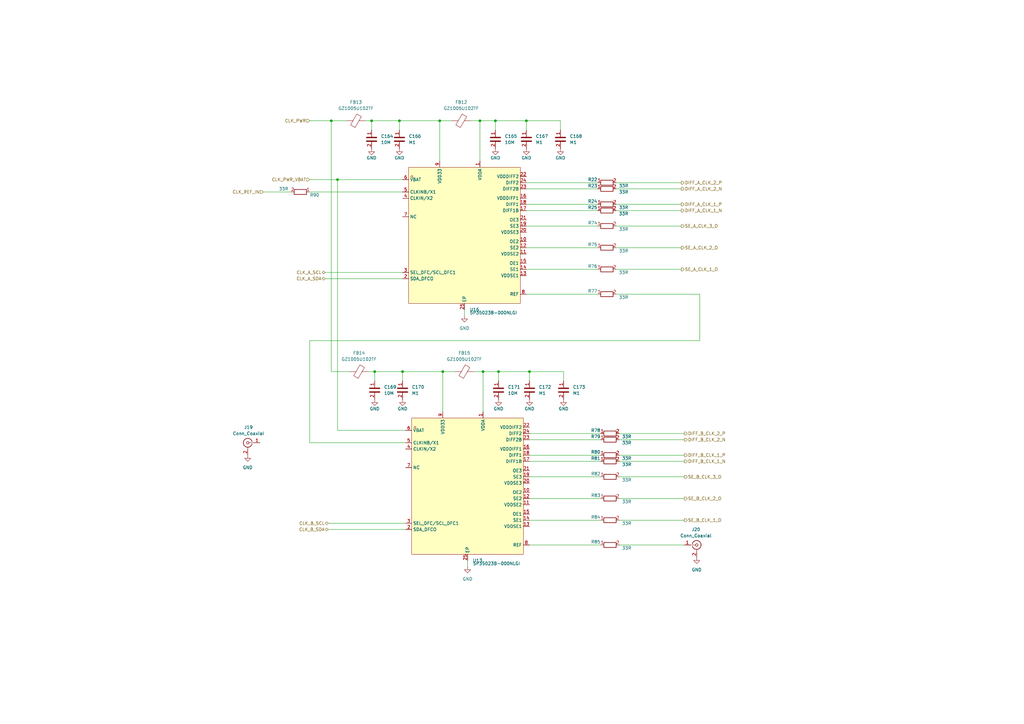
<source format=kicad_sch>
(kicad_sch (version 20250114) (generator "eeschema") (generator_version "9.0")
  (paper "A3")
  (lib_symbols
    (symbol "Connector:Conn_Coaxial" (pin_names (offset 1.016) (hide yes))
      (property "Reference" "J" (at 0.254 3.048 0))
      (property "Value" "Conn_Coaxial" (at 2.921 0 90))
      (symbol "Conn_Coaxial_0_1"
        (polyline (pts (xy -2.54 0) (xy -0.508 0)))
        (arc (start 1.778 0) (mid 0.222 -1.8079) (end -1.778 -0.508) (stroke (width 0.254)))
        (arc (start -1.778 0.508) (mid 0.2221 1.8084) (end 1.778 0) (stroke (width 0.254)))
        (circle (center 0 0) (radius 0.508) (stroke (width 0.2032)))
        (polyline (pts (xy 0 -2.54) (xy 0 -1.778)))
      )
      (symbol "Conn_Coaxial_1_1"
        (pin passive line (at -5.08 0 0) (length 2.54) (name "In") (number "1"))
        (pin passive line (at 0 -5.08 90) (length 2.54) (name "Ext") (number "2"))
      )
    )
    (symbol "Device:FerriteBead" (pin_numbers (hide yes)) (pin_names (offset 0))
      (property "Reference" "FB" (at -3.81 0.635 90))
      (property "Value" "FerriteBead" (at 3.81 0 90))
      (symbol "FerriteBead_0_1"
        (polyline (pts (xy -2.7686 0.4064) (xy -1.7018 2.2606) (xy 2.7686 -0.3048) (xy 1.6764 -2.159) (xy -2.7686 0.4064)))
        (polyline (pts (xy 0 1.27) (xy 0 1.2954)))
        (polyline (pts (xy 0 -1.27) (xy 0 -1.2192)))
      )
      (symbol "FerriteBead_1_1"
        (pin passive line (at 0 3.81 270) (length 2.54) (name "~") (number "1"))
        (pin passive line (at 0 -3.81 90) (length 2.54) (name "~") (number "2"))
      )
    )
    (symbol "PPA-Pasive:Cap" (pin_names (offset 1.016))
      (property "Reference" "C" (at -5.08 0 0))
      (property "Value" "Cap" (at 5.08 -2.54 0))
      (symbol "Cap_1_1"
        (polyline (pts (xy -2.032 0.762) (xy 2.032 0.762)) (stroke (width 0.508)))
        (polyline (pts (xy -2.032 -0.762) (xy 2.032 -0.762)) (stroke (width 0.508)))
        (pin passive line (at 0 3.81 270) (length 2.794) (name "~") (number "1"))
        (pin passive line (at 0 -3.81 90) (length 2.794) (name "~") (number "2"))
      )
    )
    (symbol "PPA-Pasive:Res" (pin_names (offset 1.016))
      (property "Reference" "R" (at -2.54 2.54 0))
      (property "Value" "Res" (at -1.27 -2.54 0))
      (symbol "Res_1_1"
        (rectangle (start 2.54 -1.016) (end -2.54 1.016) (stroke (width 0.254)))
        (pin passive line (at -3.81 0 0) (length 1.27) (name "~") (number "1"))
        (pin passive line (at 3.81 0 180) (length 1.27) (name "~") (number "2"))
      )
    )
    (symbol "power:GND" (power) (pin_names (offset 0))
      (property "Value" "GND" (at 0 -3.81 0))
      (symbol "GND_0_1"
        (polyline (pts (xy 0 0) (xy 0 -1.27) (xy 1.27 -1.27) (xy 0 -2.54) (xy -1.27 -1.27) (xy 0 -1.27)))
      )
      (symbol "GND_1_1"
        (pin power_in line (at 0 0 270) (length 0) (hide yes) (name "GND") (number "1"))
      )
    )
    (symbol "ppa-ic-clock:5P35023B-000NLGI"
      (property "Reference" "U" (at 0 0 0))
      (symbol "5P35023B-000NLGI_1_0"
        (rectangle (start -22.86 17.78) (end 22.86 -38.1) (fill (type background)))
        (circle (center -21.59 13.97) (radius 0.381))
        (pin unspecified line (at -25.4 12.7 0) (length 2.54) (name "VBAT") (number "6"))
        (pin unspecified line (at -25.4 7.62 0) (length 2.54) (name "CLKINB/X1") (number "5"))
        (pin unspecified line (at -25.4 5.08 0) (length 2.54) (name "CLKIN/X2") (number "4"))
        (pin unspecified line (at -25.4 -2.54 0) (length 2.54) (name "NC") (number "7"))
        (pin unspecified line (at -25.4 -25.4 0) (length 2.54) (name "SEL_DFC/SCL_DFC1") (number "3"))
        (pin unspecified line (at -25.4 -27.94 0) (length 2.54) (name "SDA_DFCO") (number "2"))
        (pin unspecified line (at -10.16 20.32 270) (length 2.54) (name "VDD33") (number "9"))
        (pin unspecified line (at 0 -40.64 90) (length 2.54) (name "EP") (number "25"))
        (pin unspecified line (at 6.35 20.32 270) (length 2.54) (name "VDDA") (number "1"))
        (pin unspecified line (at 25.4 13.97 180) (length 2.54) (name "VDDDIFF2") (number "22"))
        (pin unspecified line (at 25.4 11.43 180) (length 2.54) (name "DIFF2") (number "24"))
        (pin unspecified line (at 25.4 8.89 180) (length 2.54) (name "DIFF2B") (number "23"))
        (pin unspecified line (at 25.4 5.08 180) (length 2.54) (name "VDDDIFF1") (number "16"))
        (pin unspecified line (at 25.4 2.54 180) (length 2.54) (name "DIFF1") (number "18"))
        (pin unspecified line (at 25.4 0 180) (length 2.54) (name "DIFF1B") (number "17"))
        (pin unspecified line (at 25.4 -3.81 180) (length 2.54) (name "OE3") (number "21"))
        (pin unspecified line (at 25.4 -6.35 180) (length 2.54) (name "SE3") (number "19"))
        (pin unspecified line (at 25.4 -8.89 180) (length 2.54) (name "VDDSE3") (number "20"))
        (pin unspecified line (at 25.4 -12.7 180) (length 2.54) (name "OE2") (number "10"))
        (pin unspecified line (at 25.4 -15.24 180) (length 2.54) (name "SE2") (number "12"))
        (pin unspecified line (at 25.4 -17.78 180) (length 2.54) (name "VDDSE2") (number "11"))
        (pin unspecified line (at 25.4 -21.59 180) (length 2.54) (name "OE1") (number "15"))
        (pin unspecified line (at 25.4 -24.13 180) (length 2.54) (name "SE1") (number "14"))
        (pin unspecified line (at 25.4 -26.67 180) (length 2.54) (name "VDDSE1") (number "13"))
        (pin unspecified line (at 25.4 -34.29 180) (length 2.54) (name "REF") (number "8"))
      )
    )
  )
  (junction (at 135.89 49.53))
  (junction (at 152.4 49.53))
  (junction (at 181.61 152.4))
  (junction (at 153.67 152.4))
  (junction (at 203.2 49.53))
  (junction (at 165.1 152.4))
  (junction (at 196.85 49.53))
  (junction (at 215.9 49.53))
  (junction (at 198.12 152.4))
  (junction (at 217.17 152.4))
  (junction (at 204.47 152.4))
  (junction (at 163.83 49.53))
  (junction (at 180.34 49.53))
  (junction (at 138.43 73.66))
  (wire (pts (xy 165.1 152.4) (xy 181.61 152.4)))
  (wire (pts (xy 133.35 111.76) (xy 165.1 111.76)))
  (wire (pts (xy 204.47 152.4) (xy 204.47 156.21)))
  (wire (pts (xy 215.9 74.93) (xy 245.11 74.93)))
  (wire (pts (xy 127 49.53) (xy 135.89 49.53)))
  (wire (pts (xy 252.73 77.47) (xy 279.4 77.47)))
  (wire (pts (xy 217.17 223.52) (xy 246.38 223.52)))
  (wire (pts (xy 127 139.7) (xy 127 181.61)))
  (wire (pts (xy 215.9 49.53) (xy 203.2 49.53)))
  (wire (pts (xy 215.9 92.71) (xy 245.11 92.71)))
  (wire (pts (xy 135.89 152.4) (xy 135.89 49.53)))
  (wire (pts (xy 196.85 49.53) (xy 193.04 49.53)))
  (wire (pts (xy 203.2 49.53) (xy 203.2 53.34)))
  (wire (pts (xy 215.9 120.65) (xy 245.11 120.65)))
  (wire (pts (xy 254 189.23) (xy 280.67 189.23)))
  (wire (pts (xy 254 213.36) (xy 280.67 213.36)))
  (wire (pts (xy 180.34 49.53) (xy 180.34 66.04)))
  (wire (pts (xy 152.4 49.53) (xy 152.4 53.34)))
  (wire (pts (xy 215.9 49.53) (xy 215.9 53.34)))
  (wire (pts (xy 143.51 152.4) (xy 135.89 152.4)))
  (wire (pts (xy 252.73 120.65) (xy 287.02 120.65)))
  (wire (pts (xy 181.61 152.4) (xy 186.69 152.4)))
  (wire (pts (xy 180.34 49.53) (xy 185.42 49.53)))
  (wire (pts (xy 107.95 78.74) (xy 119.38 78.74)))
  (wire (pts (xy 215.9 101.6) (xy 245.11 101.6)))
  (wire (pts (xy 151.13 152.4) (xy 153.67 152.4)))
  (wire (pts (xy 190.5 127) (xy 190.5 129.54)))
  (wire (pts (xy 217.17 152.4) (xy 204.47 152.4)))
  (wire (pts (xy 254 186.69) (xy 280.67 186.69)))
  (wire (pts (xy 215.9 86.36) (xy 245.11 86.36)))
  (wire (pts (xy 287.02 139.7) (xy 127 139.7)))
  (wire (pts (xy 134.62 217.17) (xy 166.37 217.17)))
  (wire (pts (xy 252.73 83.82) (xy 279.4 83.82)))
  (wire (pts (xy 133.35 114.3) (xy 165.1 114.3)))
  (wire (pts (xy 163.83 49.53) (xy 180.34 49.53)))
  (wire (pts (xy 165.1 152.4) (xy 165.1 156.21)))
  (wire (pts (xy 217.17 186.69) (xy 246.38 186.69)))
  (wire (pts (xy 149.86 49.53) (xy 152.4 49.53)))
  (wire (pts (xy 191.77 229.87) (xy 191.77 232.41)))
  (wire (pts (xy 138.43 176.53) (xy 138.43 73.66)))
  (wire (pts (xy 252.73 86.36) (xy 279.4 86.36)))
  (wire (pts (xy 217.17 152.4) (xy 217.17 156.21)))
  (wire (pts (xy 163.83 49.53) (xy 163.83 53.34)))
  (wire (pts (xy 203.2 49.53) (xy 196.85 49.53)))
  (wire (pts (xy 196.85 49.53) (xy 196.85 66.04)))
  (wire (pts (xy 166.37 176.53) (xy 138.43 176.53)))
  (wire (pts (xy 217.17 180.34) (xy 246.38 180.34)))
  (wire (pts (xy 254 223.52) (xy 280.67 223.52)))
  (wire (pts (xy 152.4 49.53) (xy 163.83 49.53)))
  (wire (pts (xy 153.67 152.4) (xy 165.1 152.4)))
  (wire (pts (xy 217.17 177.8) (xy 246.38 177.8)))
  (wire (pts (xy 198.12 152.4) (xy 194.31 152.4)))
  (wire (pts (xy 217.17 213.36) (xy 246.38 213.36)))
  (wire (pts (xy 254 180.34) (xy 280.67 180.34)))
  (wire (pts (xy 127 78.74) (xy 165.1 78.74)))
  (wire (pts (xy 198.12 152.4) (xy 198.12 168.91)))
  (wire (pts (xy 153.67 152.4) (xy 153.67 156.21)))
  (wire (pts (xy 229.87 49.53) (xy 215.9 49.53)))
  (wire (pts (xy 135.89 49.53) (xy 142.24 49.53)))
  (wire (pts (xy 217.17 189.23) (xy 246.38 189.23)))
  (wire (pts (xy 215.9 83.82) (xy 245.11 83.82)))
  (wire (pts (xy 127 181.61) (xy 166.37 181.61)))
  (wire (pts (xy 254 195.58) (xy 280.67 195.58)))
  (wire (pts (xy 252.73 101.6) (xy 279.4 101.6)))
  (wire (pts (xy 215.9 77.47) (xy 245.11 77.47)))
  (wire (pts (xy 252.73 74.93) (xy 279.4 74.93)))
  (wire (pts (xy 254 177.8) (xy 280.67 177.8)))
  (wire (pts (xy 231.14 156.21) (xy 231.14 152.4)))
  (wire (pts (xy 252.73 110.49) (xy 279.4 110.49)))
  (wire (pts (xy 134.62 214.63) (xy 166.37 214.63)))
  (wire (pts (xy 229.87 53.34) (xy 229.87 49.53)))
  (wire (pts (xy 252.73 92.71) (xy 279.4 92.71)))
  (wire (pts (xy 138.43 73.66) (xy 165.1 73.66)))
  (wire (pts (xy 215.9 110.49) (xy 245.11 110.49)))
  (wire (pts (xy 204.47 152.4) (xy 198.12 152.4)))
  (wire (pts (xy 287.02 120.65) (xy 287.02 139.7)))
  (wire (pts (xy 254 204.47) (xy 280.67 204.47)))
  (wire (pts (xy 217.17 204.47) (xy 246.38 204.47)))
  (wire (pts (xy 127 73.66) (xy 138.43 73.66)))
  (wire (pts (xy 181.61 152.4) (xy 181.61 168.91)))
  (wire (pts (xy 231.14 152.4) (xy 217.17 152.4)))
  (wire (pts (xy 217.17 195.58) (xy 246.38 195.58)))
  (hierarchical_label "DIFF_A_CLK_1_P" (shape output) (at 279.4 83.82 0))
  (hierarchical_label "SE_B_CLK_3_O" (shape output) (at 280.67 195.58 0))
  (hierarchical_label "CLK_B_SCL" (shape bidirectional) (at 134.62 214.63 180))
  (hierarchical_label "CLK_REF_IN" (shape input) (at 107.95 78.74 180))
  (hierarchical_label "DIFF_B_CLK_1_N" (shape output) (at 280.67 189.23 0))
  (hierarchical_label "CLK_A_SCL" (shape bidirectional) (at 133.35 111.76 180))
  (hierarchical_label "CLK_PWR" (shape input) (at 127 49.53 180))
  (hierarchical_label "CLK_A_SDA" (shape bidirectional) (at 133.35 114.3 180))
  (hierarchical_label "SE_A_CLK_2_O" (shape output) (at 279.4 101.6 0))
  (hierarchical_label "DIFF_B_CLK_1_P" (shape output) (at 280.67 186.69 0))
  (hierarchical_label "DIFF_A_CLK_1_N" (shape output) (at 279.4 86.36 0))
  (hierarchical_label "DIFF_B_CLK_2_N" (shape output) (at 280.67 180.34 0))
  (hierarchical_label "CLK_PWR_VBAT" (shape input) (at 127 73.66 180))
  (hierarchical_label "SE_B_CLK_2_O" (shape output) (at 280.67 204.47 0))
  (hierarchical_label "DIFF_A_CLK_2_P" (shape output) (at 279.4 74.93 0))
  (hierarchical_label "DIFF_B_CLK_2_P" (shape output) (at 280.67 177.8 0))
  (hierarchical_label "DIFF_A_CLK_2_N" (shape output) (at 279.4 77.47 0))
  (hierarchical_label "SE_A_CLK_1_O" (shape output) (at 279.4 110.49 0))
  (hierarchical_label "SE_A_CLK_3_O" (shape output) (at 279.4 92.71 0))
  (hierarchical_label "CLK_B_SDA" (shape bidirectional) (at 134.62 217.17 180))
  (hierarchical_label "SE_B_CLK_1_O" (shape output) (at 280.67 213.36 0))
  (symbol (lib_id "PPA-Pasive:Res") (at 248.92 83.82 0) (unit 1)
    (property "Reference" "R24" (at 243.078 82.55 0))
    (property "Value" "33R" (at 255.778 85.09 0))
    (property "Footprint" "Resistor_SMD:R_0402_1005Metric" (effects (hide yes)))
    (property "Power" "250mW" (effects (hide yes)))
    (property "Tolerance" "=< 5%" (effects (hide yes)))
    (property "JLCPCB Part #" "C25105" (effects (hide yes)))
  )
  (symbol (lib_id "PPA-Pasive:Res") (at 250.19 195.58 0) (unit 1)
    (property "Reference" "R82" (at 244.348 194.31 0))
    (property "Value" "33R" (at 257.048 196.85 0))
    (property "Footprint" "Resistor_SMD:R_0402_1005Metric" (effects (hide yes)))
    (property "Power" "250mW" (effects (hide yes)))
    (property "Tolerance" "=< 5%" (effects (hide yes)))
    (property "JLCPCB Part #" "C25105" (effects (hide yes)))
  )
  (symbol (lib_id "PPA-Pasive:Cap") (at 153.67 160.02 0) (unit 1)
    (property "Reference" "C169" (at 157.48 158.7499 0) (effects (justify left)))
    (property "Value" "10M" (at 157.48 161.2899 0) (effects (justify left)))
    (property "Footprint" "Capacitor_SMD:C_0603_1608Metric" (effects (hide yes)))
    (property "Description" "capacitor" (effects (hide yes)))
    (property "Voltage" "100V" (effects (hide yes)))
    (property "Material" "X7R" (effects (hide yes)))
    (property "JLCPCB Part #" "C96446" (effects (hide yes)))
  )
  (symbol (lib_id "PPA-Pasive:Res") (at 250.19 204.47 0) (unit 1)
    (property "Reference" "R83" (at 244.348 203.2 0))
    (property "Value" "33R" (at 257.048 205.74 0))
    (property "Footprint" "Resistor_SMD:R_0402_1005Metric" (effects (hide yes)))
    (property "Power" "250mW" (effects (hide yes)))
    (property "Tolerance" "=< 5%" (effects (hide yes)))
    (property "JLCPCB Part #" "C25105" (effects (hide yes)))
  )
  (symbol (lib_id "PPA-Pasive:Res") (at 248.92 74.93 0) (unit 1)
    (property "Reference" "R22" (at 243.078 73.66 0))
    (property "Value" "33R" (at 255.778 76.2 0))
    (property "Footprint" "Resistor_SMD:R_0402_1005Metric" (effects (hide yes)))
    (property "Power" "250mW" (effects (hide yes)))
    (property "Tolerance" "=< 5%" (effects (hide yes)))
    (property "JLCPCB Part #" "C25105" (effects (hide yes)))
  )
  (symbol (lib_id "power:GND") (at 153.67 163.83 0) (unit 1)
    (property "Reference" "#PWR0244" (effects (hide yes)))
    (property "Value" "GND" (at 153.67 167.64 0))
    (property "Description" "Power symbol creates a global label with name \"GND\" , ground" (effects (hide yes)))
  )
  (symbol (lib_id "PPA-Pasive:Res") (at 250.19 177.8 0) (unit 1)
    (property "Reference" "R78" (at 244.348 176.53 0))
    (property "Value" "33R" (at 257.048 179.07 0))
    (property "Footprint" "Resistor_SMD:R_0402_1005Metric" (effects (hide yes)))
    (property "Power" "250mW" (effects (hide yes)))
    (property "Tolerance" "=< 5%" (effects (hide yes)))
    (property "JLCPCB Part #" "C25105" (effects (hide yes)))
  )
  (symbol (lib_id "PPA-Pasive:Res") (at 250.19 186.69 0) (unit 1)
    (property "Reference" "R80" (at 244.348 185.42 0))
    (property "Value" "33R" (at 257.048 187.96 0))
    (property "Footprint" "Resistor_SMD:R_0402_1005Metric" (effects (hide yes)))
    (property "Power" "250mW" (effects (hide yes)))
    (property "Tolerance" "=< 5%" (effects (hide yes)))
    (property "JLCPCB Part #" "C25105" (effects (hide yes)))
  )
  (symbol (lib_id "PPA-Pasive:Cap") (at 231.14 160.02 0) (unit 1)
    (property "Reference" "C173" (at 234.95 158.7499 0) (effects (justify left)))
    (property "Value" "M1" (at 234.95 161.2899 0) (effects (justify left)))
    (property "Footprint" "Capacitor_SMD:C_0201_0603Metric" (effects (hide yes)))
    (property "Description" "capacitor" (effects (hide yes)))
    (property "Voltage" "100V" (effects (hide yes)))
    (property "Material" "X7R" (effects (hide yes)))
    (property "PN" "CL03A104KP3NNNC" (effects (hide yes)))
    (property "JLC" "C49062" (effects (hide yes)))
    (property "JLCPCB Part #" "C1581" (effects (hide yes)))
  )
  (symbol (lib_id "PPA-Pasive:Cap") (at 165.1 160.02 0) (unit 1)
    (property "Reference" "C170" (at 168.91 158.7499 0) (effects (justify left)))
    (property "Value" "M1" (at 168.91 161.2899 0) (effects (justify left)))
    (property "Footprint" "Capacitor_SMD:C_0201_0603Metric" (effects (hide yes)))
    (property "Description" "capacitor" (effects (hide yes)))
    (property "Voltage" "100V" (effects (hide yes)))
    (property "Material" "X7R" (effects (hide yes)))
    (property "PN" "CL03A104KP3NNNC" (effects (hide yes)))
    (property "JLC" "C49062" (effects (hide yes)))
    (property "JLCPCB Part #" "C1581" (effects (hide yes)))
  )
  (symbol (lib_id "PPA-Pasive:Res") (at 248.92 77.47 0) (unit 1)
    (property "Reference" "R23" (at 243.078 76.2 0))
    (property "Value" "33R" (at 255.778 78.74 0))
    (property "Footprint" "Resistor_SMD:R_0402_1005Metric" (effects (hide yes)))
    (property "Power" "250mW" (effects (hide yes)))
    (property "Tolerance" "=< 5%" (effects (hide yes)))
    (property "JLCPCB Part #" "C25105" (effects (hide yes)))
  )
  (symbol (lib_id "Connector:Conn_Coaxial") (at 101.6 181.61 0) (mirror y) (unit 1)
    (property "Reference" "J19" (at 101.9174 175.26 0))
    (property "Value" "Conn_Coaxial" (at 101.9174 177.8 0))
    (property "Footprint" "Connector_Coaxial:MMCX_Molex_73415-0961_Horizontal_1.6mm-PCB" (effects (hide yes)))
    (property "Description" "coaxial connector (BNC, SMA, SMB, SMC, Cinch/RCA, LEMO, ...)" (effects (hide yes)))
    (property "JLCPCB Part #" "C5250057" (effects (hide yes)))
  )
  (symbol (lib_id "PPA-Pasive:Res") (at 250.19 213.36 0) (unit 1)
    (property "Reference" "R84" (at 244.348 212.09 0))
    (property "Value" "33R" (at 257.048 214.63 0))
    (property "Footprint" "Resistor_SMD:R_0402_1005Metric" (effects (hide yes)))
    (property "Power" "250mW" (effects (hide yes)))
    (property "Tolerance" "=< 5%" (effects (hide yes)))
    (property "JLCPCB Part #" "C25105" (effects (hide yes)))
  )
  (symbol (lib_id "PPA-Pasive:Cap") (at 229.87 57.15 0) (unit 1)
    (property "Reference" "C168" (at 233.68 55.8799 0) (effects (justify left)))
    (property "Value" "M1" (at 233.68 58.4199 0) (effects (justify left)))
    (property "Footprint" "Capacitor_SMD:C_0201_0603Metric" (effects (hide yes)))
    (property "Description" "capacitor" (effects (hide yes)))
    (property "Voltage" "100V" (effects (hide yes)))
    (property "Material" "X7R" (effects (hide yes)))
    (property "PN" "CL03A104KP3NNNC" (effects (hide yes)))
    (property "JLC" "C49062" (effects (hide yes)))
    (property "JLCPCB Part #" "C1581" (effects (hide yes)))
  )
  (symbol (lib_id "Device:FerriteBead") (at 189.23 49.53 90) (unit 1)
    (property "Reference" "FB12" (at 189.1792 41.91 90))
    (property "Value" "GZ1005U102TF" (at 189.1792 44.45 90))
    (property "Footprint" "Inductor_SMD:L_0402_1005Metric_Pad0.77x0.64mm_HandSolder" (effects (hide yes)))
    (property "Description" "Ferrite bead" (effects (hide yes)))
    (property "JLCPCB Part #" "C19136" (effects (hide yes)))
  )
  (symbol (lib_id "power:GND") (at 231.14 163.83 0) (unit 1)
    (property "Reference" "#PWR0249" (effects (hide yes)))
    (property "Value" "GND" (at 231.14 167.64 0))
    (property "Description" "Power symbol creates a global label with name \"GND\" , ground" (effects (hide yes)))
  )
  (symbol (lib_id "ppa-ic-clock:5P35023B-000NLGI") (at 190.5 86.36 0) (unit 1)
    (property "Reference" "U16" (at 192.6433 127 0) (effects (justify left)))
    (property "Value" "5P35023B-000NLGI" (at 192.6433 128.27 0) (effects (justify left)))
    (property "Footprint" "Package_DFN_QFN:VQFN-24-1EP_4x4mm_P0.5mm_EP2.5x2.5mm" (effects (hide yes)))
    (property "Datasheet" "https://atta.szlcsc.com/upload/public/pdf/source/20240327/4C346C506739DAFF7F8BC3ABE021809F.pdf" (effects (hide yes)))
    (property "Description" "Interface:I2C Output Frequency(Max):500MHz Voltage - Supply:1.71V~1.89V；3.135V~3.465V；2.375V~2.625V Voltage - Supply:1.71V~1.89V；3.135V~3.465V；2.375V~2.625V Number of Outputs:6 Operating Temperature:-40°C~+85°C Operating Temperature:-40°C~+85°C" (effects (hide yes)))
    (property "Manufacturer Part" "5P35023B-000NLGI" (effects (hide yes)))
    (property "Manufacturer" "RENESAS(瑞萨)/IDT" (effects (hide yes)))
    (property "Supplier Part" "C3611529" (effects (hide yes)))
    (property "Supplier" "LCSC" (effects (hide yes)))
    (property "LCSC Part Name" "5P35023B-000NLGI" (effects (hide yes)))
    (property "JLCPCB Part #" "C3611529 " (effects (hide yes)))
  )
  (symbol (lib_id "Device:FerriteBead") (at 190.5 152.4 90) (unit 1)
    (property "Reference" "FB15" (at 190.4492 144.78 90))
    (property "Value" "GZ1005U102TF" (at 190.4492 147.32 90))
    (property "Footprint" "Inductor_SMD:L_0402_1005Metric_Pad0.77x0.64mm_HandSolder" (effects (hide yes)))
    (property "Description" "Ferrite bead" (effects (hide yes)))
    (property "JLCPCB Part #" "C19136" (effects (hide yes)))
  )
  (symbol (lib_id "Connector:Conn_Coaxial") (at 285.75 223.52 0) (unit 1)
    (property "Reference" "J20" (at 285.4326 217.17 0))
    (property "Value" "Conn_Coaxial" (at 285.4326 219.71 0))
    (property "Footprint" "Connector_Coaxial:MMCX_Molex_73415-0961_Horizontal_1.6mm-PCB" (effects (hide yes)))
    (property "Description" "coaxial connector (BNC, SMA, SMB, SMC, Cinch/RCA, LEMO, ...)" (effects (hide yes)))
    (property "JLCPCB Part #" "C5250057" (effects (hide yes)))
  )
  (symbol (lib_id "power:GND") (at 152.4 60.96 0) (unit 1)
    (property "Reference" "#PWR0239" (effects (hide yes)))
    (property "Value" "GND" (at 152.4 64.77 0))
    (property "Description" "Power symbol creates a global label with name \"GND\" , ground" (effects (hide yes)))
  )
  (symbol (lib_id "ppa-ic-clock:5P35023B-000NLGI") (at 191.77 189.23 0) (unit 1)
    (property "Reference" "U13" (at 193.9133 229.87 0) (effects (justify left)))
    (property "Value" "5P35023B-000NLGI" (at 193.9133 231.14 0) (effects (justify left)))
    (property "Footprint" "Package_DFN_QFN:VQFN-24-1EP_4x4mm_P0.5mm_EP2.5x2.5mm" (effects (hide yes)))
    (property "Datasheet" "https://atta.szlcsc.com/upload/public/pdf/source/20240327/4C346C506739DAFF7F8BC3ABE021809F.pdf" (effects (hide yes)))
    (property "Description" "Interface:I2C Output Frequency(Max):500MHz Voltage - Supply:1.71V~1.89V；3.135V~3.465V；2.375V~2.625V Voltage - Supply:1.71V~1.89V；3.135V~3.465V；2.375V~2.625V Number of Outputs:6 Operating Temperature:-40°C~+85°C Operating Temperature:-40°C~+85°C" (effects (hide yes)))
    (property "Manufacturer Part" "5P35023B-000NLGI" (effects (hide yes)))
    (property "Manufacturer" "RENESAS(瑞萨)/IDT" (effects (hide yes)))
    (property "Supplier Part" "C3611529" (effects (hide yes)))
    (property "Supplier" "LCSC" (effects (hide yes)))
    (property "LCSC Part Name" "5P35023B-000NLGI" (effects (hide yes)))
    (property "JLCPCB Part #" "C3611529 " (effects (hide yes)))
  )
  (symbol (lib_id "PPA-Pasive:Cap") (at 215.9 57.15 0) (unit 1)
    (property "Reference" "C167" (at 219.71 55.8799 0) (effects (justify left)))
    (property "Value" "M1" (at 219.71 58.4199 0) (effects (justify left)))
    (property "Footprint" "Capacitor_SMD:C_0201_0603Metric" (effects (hide yes)))
    (property "Description" "capacitor" (effects (hide yes)))
    (property "Voltage" "100V" (effects (hide yes)))
    (property "Material" "X7R" (effects (hide yes)))
    (property "PN" "CL03A104KP3NNNC" (effects (hide yes)))
    (property "JLC" "C49062" (effects (hide yes)))
    (property "JLCPCB Part #" "C1581" (effects (hide yes)))
  )
  (symbol (lib_id "PPA-Pasive:Cap") (at 203.2 57.15 0) (unit 1)
    (property "Reference" "C165" (at 207.01 55.8799 0) (effects (justify left)))
    (property "Value" "10M" (at 207.01 58.4199 0) (effects (justify left)))
    (property "Footprint" "Capacitor_SMD:C_0603_1608Metric" (effects (hide yes)))
    (property "Description" "capacitor" (effects (hide yes)))
    (property "Voltage" "100V" (effects (hide yes)))
    (property "Material" "X7R" (effects (hide yes)))
    (property "JLCPCB Part #" "C96446" (effects (hide yes)))
  )
  (symbol (lib_id "PPA-Pasive:Res") (at 250.19 180.34 0) (unit 1)
    (property "Reference" "R79" (at 244.348 179.07 0))
    (property "Value" "33R" (at 257.048 181.61 0))
    (property "Footprint" "Resistor_SMD:R_0402_1005Metric" (effects (hide yes)))
    (property "Power" "250mW" (effects (hide yes)))
    (property "Tolerance" "=< 5%" (effects (hide yes)))
    (property "JLCPCB Part #" "C25105" (effects (hide yes)))
  )
  (symbol (lib_id "PPA-Pasive:Res") (at 250.19 223.52 0) (unit 1)
    (property "Reference" "R85" (at 244.348 222.25 0))
    (property "Value" "33R" (at 257.048 224.79 0))
    (property "Footprint" "Resistor_SMD:R_0402_1005Metric" (effects (hide yes)))
    (property "Power" "250mW" (effects (hide yes)))
    (property "Tolerance" "=< 5%" (effects (hide yes)))
    (property "JLCPCB Part #" "C25105" (effects (hide yes)))
  )
  (symbol (lib_id "power:GND") (at 190.5 129.54 0) (unit 1)
    (property "Reference" "#PWR0238" (effects (hide yes)))
    (property "Value" "GND" (at 190.5 134.62 0))
    (property "Description" "Power symbol creates a global label with name \"GND\" , ground" (effects (hide yes)))
  )
  (symbol (lib_id "power:GND") (at 217.17 163.83 0) (unit 1)
    (property "Reference" "#PWR0248" (effects (hide yes)))
    (property "Value" "GND" (at 217.17 167.64 0))
    (property "Description" "Power symbol creates a global label with name \"GND\" , ground" (effects (hide yes)))
  )
  (symbol (lib_id "PPA-Pasive:Cap") (at 152.4 57.15 0) (unit 1)
    (property "Reference" "C164" (at 156.21 55.8799 0) (effects (justify left)))
    (property "Value" "10M" (at 156.21 58.4199 0) (effects (justify left)))
    (property "Footprint" "Capacitor_SMD:C_0603_1608Metric" (effects (hide yes)))
    (property "Description" "capacitor" (effects (hide yes)))
    (property "Voltage" "100V" (effects (hide yes)))
    (property "Material" "X7R" (effects (hide yes)))
    (property "JLCPCB Part #" "C96446" (effects (hide yes)))
  )
  (symbol (lib_id "PPA-Pasive:Res") (at 248.92 86.36 0) (unit 1)
    (property "Reference" "R25" (at 243.078 85.09 0))
    (property "Value" "33R" (at 255.778 87.63 0))
    (property "Footprint" "Resistor_SMD:R_0402_1005Metric" (effects (hide yes)))
    (property "Power" "250mW" (effects (hide yes)))
    (property "Tolerance" "=< 5%" (effects (hide yes)))
    (property "JLCPCB Part #" "C25105" (effects (hide yes)))
  )
  (symbol (lib_id "PPA-Pasive:Cap") (at 163.83 57.15 0) (unit 1)
    (property "Reference" "C166" (at 167.64 55.8799 0) (effects (justify left)))
    (property "Value" "M1" (at 167.64 58.4199 0) (effects (justify left)))
    (property "Footprint" "Capacitor_SMD:C_0201_0603Metric" (effects (hide yes)))
    (property "Description" "capacitor" (effects (hide yes)))
    (property "Voltage" "100V" (effects (hide yes)))
    (property "Material" "X7R" (effects (hide yes)))
    (property "PN" "CL03A104KP3NNNC" (effects (hide yes)))
    (property "JLC" "C49062" (effects (hide yes)))
    (property "JLCPCB Part #" "C1581" (effects (hide yes)))
  )
  (symbol (lib_id "power:GND") (at 191.77 232.41 0) (unit 1)
    (property "Reference" "#PWR0246" (effects (hide yes)))
    (property "Value" "GND" (at 191.77 237.49 0))
    (property "Description" "Power symbol creates a global label with name \"GND\" , ground" (effects (hide yes)))
  )
  (symbol (lib_id "PPA-Pasive:Res") (at 250.19 189.23 0) (unit 1)
    (property "Reference" "R81" (at 244.348 187.96 0))
    (property "Value" "33R" (at 257.048 190.5 0))
    (property "Footprint" "Resistor_SMD:R_0402_1005Metric" (effects (hide yes)))
    (property "Power" "250mW" (effects (hide yes)))
    (property "Tolerance" "=< 5%" (effects (hide yes)))
    (property "JLCPCB Part #" "C25105" (effects (hide yes)))
  )
  (symbol (lib_id "power:GND") (at 229.87 60.96 0) (unit 1)
    (property "Reference" "#PWR0243" (effects (hide yes)))
    (property "Value" "GND" (at 229.87 64.77 0))
    (property "Description" "Power symbol creates a global label with name \"GND\" , ground" (effects (hide yes)))
  )
  (symbol (lib_id "power:GND") (at 101.6 186.69 0) (unit 1)
    (property "Reference" "#PWR0236" (effects (hide yes)))
    (property "Value" "GND" (at 101.6 191.77 0))
    (property "Description" "Power symbol creates a global label with name \"GND\" , ground" (effects (hide yes)))
  )
  (symbol (lib_id "Device:FerriteBead") (at 146.05 49.53 90) (unit 1)
    (property "Reference" "FB13" (at 145.9992 41.91 90))
    (property "Value" "GZ1005U102TF" (at 145.9992 44.45 90))
    (property "Footprint" "Inductor_SMD:L_0402_1005Metric_Pad0.77x0.64mm_HandSolder" (effects (hide yes)))
    (property "Description" "Ferrite bead" (effects (hide yes)))
    (property "JLCPCB Part #" "C19136" (effects (hide yes)))
  )
  (symbol (lib_id "power:GND") (at 165.1 163.83 0) (unit 1)
    (property "Reference" "#PWR0245" (effects (hide yes)))
    (property "Value" "GND" (at 165.1 167.64 0))
    (property "Description" "Power symbol creates a global label with name \"GND\" , ground" (effects (hide yes)))
  )
  (symbol (lib_id "power:GND") (at 215.9 60.96 0) (unit 1)
    (property "Reference" "#PWR0242" (effects (hide yes)))
    (property "Value" "GND" (at 215.9 64.77 0))
    (property "Description" "Power symbol creates a global label with name \"GND\" , ground" (effects (hide yes)))
  )
  (symbol (lib_id "power:GND") (at 203.2 60.96 0) (unit 1)
    (property "Reference" "#PWR0240" (effects (hide yes)))
    (property "Value" "GND" (at 203.2 64.77 0))
    (property "Description" "Power symbol creates a global label with name \"GND\" , ground" (effects (hide yes)))
  )
  (symbol (lib_id "Device:FerriteBead") (at 147.32 152.4 90) (unit 1)
    (property "Reference" "FB14" (at 147.2692 144.78 90))
    (property "Value" "GZ1005U102TF" (at 147.2692 147.32 90))
    (property "Footprint" "Inductor_SMD:L_0402_1005Metric_Pad0.77x0.64mm_HandSolder" (effects (hide yes)))
    (property "Description" "Ferrite bead" (effects (hide yes)))
    (property "JLCPCB Part #" "C19136" (effects (hide yes)))
  )
  (symbol (lib_id "PPA-Pasive:Res") (at 248.92 120.65 0) (unit 1)
    (property "Reference" "R77" (at 243.078 119.38 0))
    (property "Value" "33R" (at 255.778 121.92 0))
    (property "Footprint" "Resistor_SMD:R_0402_1005Metric" (effects (hide yes)))
    (property "Power" "250mW" (effects (hide yes)))
    (property "Tolerance" "=< 5%" (effects (hide yes)))
    (property "JLCPCB Part #" "C25105" (effects (hide yes)))
  )
  (symbol (lib_id "PPA-Pasive:Res") (at 248.92 92.71 0) (unit 1)
    (property "Reference" "R74" (at 243.078 91.44 0))
    (property "Value" "33R" (at 255.778 93.98 0))
    (property "Footprint" "Resistor_SMD:R_0402_1005Metric" (effects (hide yes)))
    (property "Power" "250mW" (effects (hide yes)))
    (property "Tolerance" "=< 5%" (effects (hide yes)))
    (property "JLCPCB Part #" "C25105" (effects (hide yes)))
  )
  (symbol (lib_id "power:GND") (at 285.75 228.6 0) (mirror y) (unit 1)
    (property "Reference" "#PWR0237" (effects (hide yes)))
    (property "Value" "GND" (at 285.75 233.68 0))
    (property "Description" "Power symbol creates a global label with name \"GND\" , ground" (effects (hide yes)))
  )
  (symbol (lib_id "power:GND") (at 163.83 60.96 0) (unit 1)
    (property "Reference" "#PWR0241" (effects (hide yes)))
    (property "Value" "GND" (at 163.83 64.77 0))
    (property "Description" "Power symbol creates a global label with name \"GND\" , ground" (effects (hide yes)))
  )
  (symbol (lib_id "PPA-Pasive:Cap") (at 204.47 160.02 0) (unit 1)
    (property "Reference" "C171" (at 208.28 158.7499 0) (effects (justify left)))
    (property "Value" "10M" (at 208.28 161.2899 0) (effects (justify left)))
    (property "Footprint" "Capacitor_SMD:C_0603_1608Metric" (effects (hide yes)))
    (property "Description" "capacitor" (effects (hide yes)))
    (property "Voltage" "100V" (effects (hide yes)))
    (property "Material" "X7R" (effects (hide yes)))
    (property "JLCPCB Part #" "C96446" (effects (hide yes)))
  )
  (symbol (lib_id "PPA-Pasive:Res") (at 123.19 78.74 180) (unit 1)
    (property "Reference" "R90" (at 129.032 80.01 0))
    (property "Value" "33R" (at 116.332 77.47 0))
    (property "Footprint" "Resistor_SMD:R_0402_1005Metric" (effects (hide yes)))
    (property "Power" "250mW" (effects (hide yes)))
    (property "Tolerance" "=< 5%" (effects (hide yes)))
    (property "JLCPCB Part #" "C25105" (effects (hide yes)))
  )
  (symbol (lib_id "PPA-Pasive:Res") (at 248.92 101.6 0) (unit 1)
    (property "Reference" "R75" (at 243.078 100.33 0))
    (property "Value" "33R" (at 255.778 102.87 0))
    (property "Footprint" "Resistor_SMD:R_0402_1005Metric" (effects (hide yes)))
    (property "Power" "250mW" (effects (hide yes)))
    (property "Tolerance" "=< 5%" (effects (hide yes)))
    (property "JLCPCB Part #" "C25105" (effects (hide yes)))
  )
  (symbol (lib_id "PPA-Pasive:Cap") (at 217.17 160.02 0) (unit 1)
    (property "Reference" "C172" (at 220.98 158.7499 0) (effects (justify left)))
    (property "Value" "M1" (at 220.98 161.2899 0) (effects (justify left)))
    (property "Footprint" "Capacitor_SMD:C_0201_0603Metric" (effects (hide yes)))
    (property "Description" "capacitor" (effects (hide yes)))
    (property "Voltage" "100V" (effects (hide yes)))
    (property "Material" "X7R" (effects (hide yes)))
    (property "PN" "CL03A104KP3NNNC" (effects (hide yes)))
    (property "JLC" "C49062" (effects (hide yes)))
    (property "JLCPCB Part #" "C1581" (effects (hide yes)))
  )
  (symbol (lib_id "power:GND") (at 204.47 163.83 0) (unit 1)
    (property "Reference" "#PWR0247" (effects (hide yes)))
    (property "Value" "GND" (at 204.47 167.64 0))
    (property "Description" "Power symbol creates a global label with name \"GND\" , ground" (effects (hide yes)))
  )
  (symbol (lib_id "PPA-Pasive:Res") (at 248.92 110.49 0) (unit 1)
    (property "Reference" "R76" (at 243.078 109.22 0))
    (property "Value" "33R" (at 255.778 111.76 0))
    (property "Footprint" "Resistor_SMD:R_0402_1005Metric" (effects (hide yes)))
    (property "Power" "250mW" (effects (hide yes)))
    (property "Tolerance" "=< 5%" (effects (hide yes)))
    (property "JLCPCB Part #" "C25105" (effects (hide yes)))
  )
)
</source>
